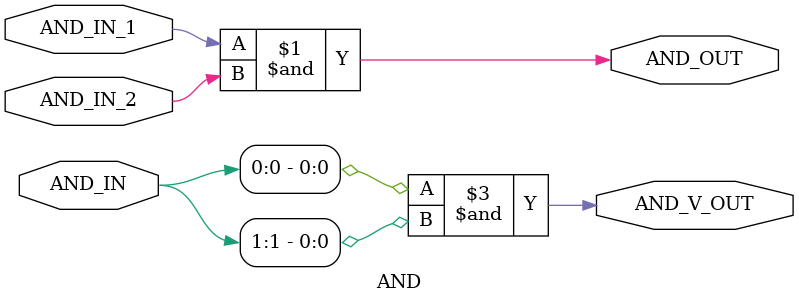
<source format=v>
/* LAB 1 COMPUERTAS LOGICAS

Practica para aplicar compuertas basicas en Verilog, para ello, se define un circuito "gates" 
con dos entradas 

*/

module AND(
	// Entradas de un AND de 1 BIT
	input AND_IN_1,
	input AND_IN_2,
	// Entrada en forma de vector
	input[1:0] AND_IN,
	// Salida de AND de bit individuales
	output AND_OUT,
	// Salida de AND de entrada en forma de vector
	output reg AND_V_OUT
);

// Evaluacion de salida 
assign AND_OUT = AND_IN_1 & AND_IN_2;
// Evaluacion usando ALWAYS
always@(AND_IN)
begin
	AND_V_OUT = AND_IN[0] & AND_IN[1];
end
endmodule

</source>
